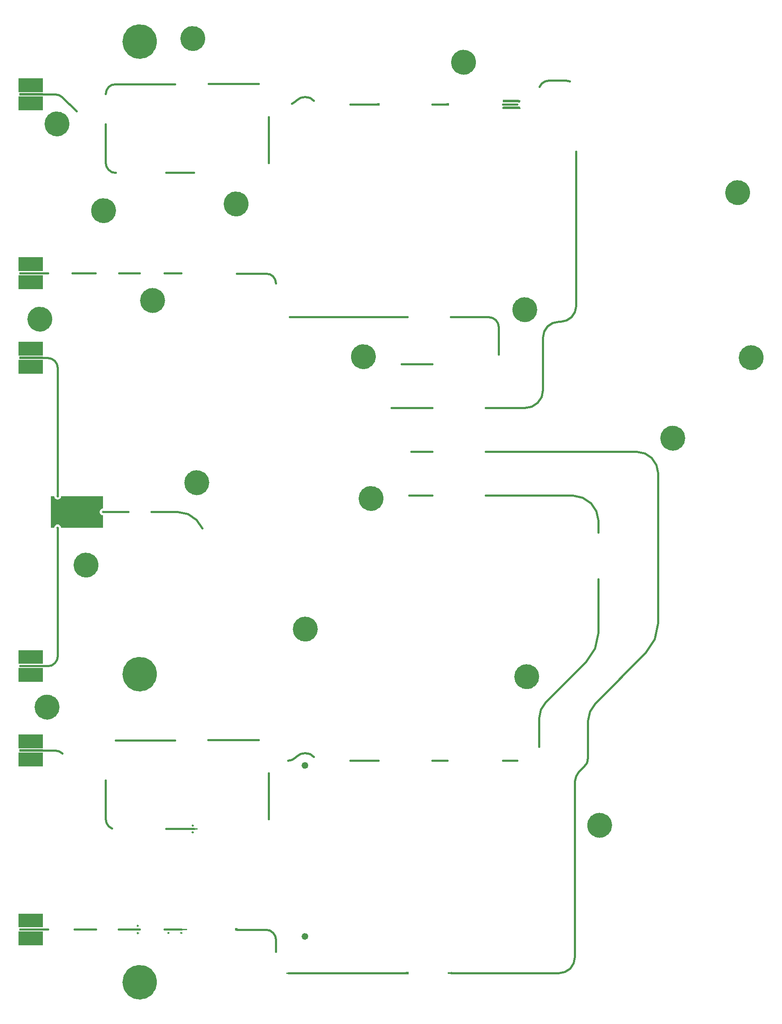
<source format=gbr>
%TF.GenerationSoftware,KiCad,Pcbnew,(7.0.0)*%
%TF.CreationDate,2023-06-21T10:54:44+02:00*%
%TF.ProjectId,shield,73686965-6c64-42e6-9b69-6361645f7063,rev?*%
%TF.SameCoordinates,Original*%
%TF.FileFunction,Copper,L1,Top*%
%TF.FilePolarity,Positive*%
%FSLAX46Y46*%
G04 Gerber Fmt 4.6, Leading zero omitted, Abs format (unit mm)*
G04 Created by KiCad (PCBNEW (7.0.0)) date 2023-06-21 10:54:44*
%MOMM*%
%LPD*%
G01*
G04 APERTURE LIST*
%TA.AperFunction,NonConductor*%
%ADD10C,0.000000*%
%TD*%
%TA.AperFunction,NonConductor*%
%ADD11C,0.012700*%
%TD*%
%TA.AperFunction,NonConductor*%
%ADD12C,0.254000*%
%TD*%
%TA.AperFunction,NonConductor*%
%ADD13C,0.750000*%
%TD*%
%TA.AperFunction,NonConductor*%
%ADD14C,3.500000*%
%TD*%
%TA.AperFunction,NonConductor*%
%ADD15C,2.500000*%
%TD*%
%TA.AperFunction,NonConductor*%
%ADD16C,0.300000*%
%TD*%
%TA.AperFunction,NonConductor*%
%ADD17C,0.700000*%
%TD*%
%TA.AperFunction,NonConductor*%
%ADD18C,0.250000*%
%TD*%
%TA.AperFunction,NonConductor*%
%ADD19C,0.325000*%
%TD*%
%TA.AperFunction,Conductor*%
%ADD20C,0.451820*%
%TD*%
%TA.AperFunction,Conductor*%
%ADD21C,0.452000*%
%TD*%
G04 APERTURE END LIST*
D10*
G36*
X181135000Y-222735000D02*
G01*
X180575000Y-222735000D01*
X180575000Y-222215000D01*
X181135000Y-222215000D01*
X181135000Y-222735000D01*
G37*
G36*
X237519140Y-55592610D02*
G01*
X237555790Y-55595010D01*
X237568590Y-55595030D01*
X237580860Y-55596640D01*
X237588740Y-55597180D01*
X237596750Y-55598760D01*
X238016850Y-55654530D01*
X238075890Y-55724560D01*
X238060250Y-55861120D01*
X238030810Y-55880810D01*
X237986600Y-55946950D01*
X237971080Y-56025000D01*
X237972520Y-56032220D01*
X237875140Y-56147410D01*
X237501840Y-56097850D01*
X237489670Y-56098640D01*
X237450000Y-56090750D01*
X234607900Y-56090750D01*
X234538720Y-56027760D01*
X234508080Y-55974570D01*
X234508080Y-55592320D01*
X234575000Y-55583510D01*
X237450000Y-55583510D01*
X237519140Y-55592610D01*
G37*
G36*
X237972520Y-57017790D02*
G01*
X237971080Y-57025000D01*
X237986600Y-57103040D01*
X238030810Y-57169180D01*
X238060250Y-57188870D01*
X238075880Y-57325430D01*
X238016840Y-57395470D01*
X237596790Y-57451230D01*
X237588740Y-57452830D01*
X237580820Y-57453350D01*
X237568580Y-57454980D01*
X237555830Y-57455000D01*
X237519140Y-57457390D01*
X237450000Y-57466500D01*
X234575000Y-57466500D01*
X234508390Y-57457730D01*
X234508390Y-57075490D01*
X234538780Y-57022450D01*
X234608220Y-56959250D01*
X237450000Y-56959250D01*
X237489680Y-56951360D01*
X237501830Y-56952160D01*
X237875140Y-56902600D01*
X237972520Y-57017790D01*
G37*
G36*
X144192310Y-135340810D02*
G01*
X144209150Y-135447100D01*
X144242400Y-135549450D01*
X144291260Y-135645330D01*
X144354510Y-135732390D01*
X144430610Y-135808490D01*
X144517670Y-135871740D01*
X144613550Y-135920600D01*
X144715900Y-135953850D01*
X144822190Y-135970690D01*
X144929810Y-135970690D01*
X145036100Y-135953850D01*
X145138440Y-135920600D01*
X145234330Y-135871740D01*
X145321390Y-135808490D01*
X145397490Y-135732390D01*
X145460740Y-135645330D01*
X145509600Y-135549450D01*
X145542850Y-135447100D01*
X145559680Y-135340810D01*
X145561800Y-135287000D01*
X154020000Y-135287000D01*
X154020000Y-137789200D01*
X153966190Y-137791320D01*
X153859900Y-137808150D01*
X153757550Y-137841400D01*
X153661670Y-137890260D01*
X153574610Y-137953520D01*
X153498510Y-138029610D01*
X153435260Y-138116670D01*
X153386400Y-138212560D01*
X153353150Y-138314900D01*
X153336310Y-138421200D01*
X153336310Y-138528810D01*
X153353150Y-138635100D01*
X153386400Y-138737450D01*
X153435260Y-138833330D01*
X153498510Y-138920390D01*
X153574610Y-138996490D01*
X153661670Y-139059740D01*
X153757550Y-139108600D01*
X153859900Y-139141850D01*
X153966190Y-139158690D01*
X154020000Y-139160800D01*
X154020000Y-141663000D01*
X145561800Y-141663000D01*
X145561800Y-141662700D01*
X145559680Y-141608900D01*
X145542850Y-141502600D01*
X145509600Y-141400260D01*
X145460740Y-141304370D01*
X145397490Y-141217310D01*
X145321390Y-141141220D01*
X145234330Y-141077960D01*
X145138440Y-141029100D01*
X145036100Y-140995850D01*
X144929810Y-140979020D01*
X144822190Y-140979020D01*
X144715900Y-140995850D01*
X144613550Y-141029100D01*
X144517670Y-141077960D01*
X144430610Y-141141220D01*
X144354510Y-141217310D01*
X144291260Y-141304370D01*
X144242400Y-141400260D01*
X144209150Y-141502600D01*
X144192310Y-141608900D01*
X144190200Y-141662700D01*
X143860000Y-141662700D01*
X143860000Y-135287000D01*
X144190200Y-135287000D01*
X144192310Y-135340810D01*
G37*
G36*
X172700000Y-202100000D02*
G01*
X173100000Y-202100000D01*
X173100000Y-202400000D01*
X172700000Y-202400000D01*
X172300000Y-202475000D01*
X172300000Y-202025000D01*
X172700000Y-202100000D01*
G37*
G36*
X170175000Y-222325000D02*
G01*
X170575000Y-222325000D01*
X170575000Y-222625000D01*
X170175000Y-222625000D01*
X169800000Y-222700000D01*
X169800000Y-222250000D01*
X170175000Y-222325000D01*
G37*
G36*
X224248640Y-231489990D02*
G01*
X223850000Y-231415000D01*
X223450000Y-231415000D01*
X223450000Y-231115000D01*
X223850000Y-231115000D01*
X224248640Y-231039990D01*
X224248640Y-231489990D01*
G37*
G36*
X191624990Y-231500000D02*
G01*
X190900000Y-231425000D01*
X190900000Y-231125000D01*
X191624990Y-231050000D01*
X191624990Y-231500000D01*
G37*
D11*
X148946350Y-138475000D02*
G75*
G03*
X148946350Y-138475000I-6350J0D01*
G01*
D12*
X145003000Y-135287000D02*
G75*
G03*
X145003000Y-135287000I-127000J0D01*
G01*
X145003000Y-141662700D02*
G75*
G03*
X145003000Y-141662700I-127000J0D01*
G01*
X154147000Y-138475000D02*
G75*
G03*
X154147000Y-138475000I-127000J0D01*
G01*
D10*
G36*
X141924990Y-54710000D02*
G01*
X140924990Y-54710000D01*
X140924990Y-54240000D01*
X141924990Y-54240000D01*
X141924990Y-54710000D01*
G37*
G36*
X141924990Y-222710000D02*
G01*
X140924990Y-222710000D01*
X140924990Y-222240000D01*
X141924990Y-222240000D01*
X141924990Y-222710000D01*
G37*
G36*
X141924990Y-90710000D02*
G01*
X140924990Y-90710000D01*
X140924990Y-90240000D01*
X141924990Y-90240000D01*
X141924990Y-90710000D01*
G37*
G36*
X141925000Y-169710000D02*
G01*
X140925000Y-169710000D01*
X140925000Y-169240000D01*
X141925000Y-169240000D01*
X141925000Y-169710000D01*
G37*
G36*
X141925000Y-107710000D02*
G01*
X140925000Y-107710000D01*
X140925000Y-107240000D01*
X141925000Y-107240000D01*
X141925000Y-107710000D01*
G37*
G36*
X141924990Y-186710000D02*
G01*
X140924990Y-186710000D01*
X140924990Y-186240000D01*
X141924990Y-186240000D01*
X141924990Y-186710000D01*
G37*
G36*
X209740000Y-56759990D02*
G01*
X209180000Y-56759990D01*
X209180000Y-56239990D01*
X209740000Y-56239990D01*
X209740000Y-56759990D01*
G37*
G36*
X223725000Y-56785000D02*
G01*
X223165000Y-56785000D01*
X223165000Y-56265000D01*
X223725000Y-56265000D01*
X223725000Y-56785000D01*
G37*
G36*
X215575000Y-231535070D02*
G01*
X215015000Y-231535070D01*
X215015000Y-231015070D01*
X215575000Y-231015070D01*
X215575000Y-231535070D01*
G37*
G36*
X170975000Y-222625000D02*
G01*
X170175000Y-222625000D01*
X170175000Y-222325000D01*
X170975000Y-222325000D01*
X170975000Y-222625000D01*
G37*
G36*
X143995010Y-141663640D02*
G01*
X143495010Y-141663640D01*
X143495010Y-135287640D01*
X143995010Y-135287640D01*
X143995010Y-141663640D01*
G37*
G36*
X141924980Y-57675000D02*
G01*
X137024980Y-57675000D01*
X137024980Y-54910000D01*
X141924980Y-54910000D01*
X141924980Y-57675000D01*
G37*
G36*
X141924980Y-54040010D02*
G01*
X137024980Y-54040010D01*
X137024980Y-51275010D01*
X141924980Y-51275010D01*
X141924980Y-54040010D01*
G37*
G36*
X141924990Y-225675000D02*
G01*
X137024990Y-225675000D01*
X137024990Y-222910000D01*
X141924990Y-222910000D01*
X141924990Y-225675000D01*
G37*
G36*
X141924990Y-222040000D02*
G01*
X137024990Y-222040000D01*
X137024990Y-219275000D01*
X141924990Y-219275000D01*
X141924990Y-222040000D01*
G37*
G36*
X141924980Y-93675000D02*
G01*
X137024980Y-93675000D01*
X137024980Y-90910000D01*
X141924980Y-90910000D01*
X141924980Y-93675000D01*
G37*
G36*
X141924980Y-90040000D02*
G01*
X137024980Y-90040000D01*
X137024980Y-87275000D01*
X141924980Y-87275000D01*
X141924980Y-90040000D01*
G37*
G36*
X141925000Y-172675000D02*
G01*
X137025000Y-172675000D01*
X137025000Y-169910000D01*
X141925000Y-169910000D01*
X141925000Y-172675000D01*
G37*
G36*
X141925000Y-169040000D02*
G01*
X137025000Y-169040000D01*
X137025000Y-166275000D01*
X141925000Y-166275000D01*
X141925000Y-169040000D01*
G37*
G36*
X141925000Y-110675000D02*
G01*
X137025000Y-110675000D01*
X137025000Y-107910000D01*
X141925000Y-107910000D01*
X141925000Y-110675000D01*
G37*
G36*
X141925000Y-107040000D02*
G01*
X137025000Y-107040000D01*
X137025000Y-104275000D01*
X141925000Y-104275000D01*
X141925000Y-107040000D01*
G37*
G36*
X141924990Y-189675000D02*
G01*
X137024990Y-189675000D01*
X137024990Y-186910000D01*
X141924990Y-186910000D01*
X141924990Y-189675000D01*
G37*
G36*
X141924990Y-186040000D02*
G01*
X137024990Y-186040000D01*
X137024990Y-183275000D01*
X141924990Y-183275000D01*
X141924990Y-186040000D01*
G37*
G36*
X141424990Y-54710000D02*
G01*
X137126990Y-54710000D01*
X137126990Y-54240000D01*
X141424990Y-54240000D01*
X141424990Y-54710000D01*
G37*
G36*
X141424990Y-222709990D02*
G01*
X137126990Y-222709990D01*
X137126990Y-222239990D01*
X141424990Y-222239990D01*
X141424990Y-222709990D01*
G37*
G36*
X141424990Y-90709980D02*
G01*
X137126990Y-90709980D01*
X137126990Y-90239980D01*
X141424990Y-90239980D01*
X141424990Y-90709980D01*
G37*
G36*
X141425000Y-169709990D02*
G01*
X137127000Y-169709990D01*
X137127000Y-169239990D01*
X141425000Y-169239990D01*
X141425000Y-169709990D01*
G37*
G36*
X141425000Y-107710000D02*
G01*
X137127000Y-107710000D01*
X137127000Y-107240000D01*
X141425000Y-107240000D01*
X141425000Y-107710000D01*
G37*
G36*
X141424990Y-186710000D02*
G01*
X137126990Y-186710000D01*
X137126990Y-186240000D01*
X141424990Y-186240000D01*
X141424990Y-186710000D01*
G37*
D13*
X141362390Y-55694190D02*
G75*
G03*
X141362390Y-55694190I-375000J0D01*
G01*
X139152590Y-55694190D02*
G75*
G03*
X139152590Y-55694190I-375000J0D01*
G01*
X139152590Y-53255810D02*
G75*
G03*
X139152590Y-53255810I-375000J0D01*
G01*
X141362390Y-53255810D02*
G75*
G03*
X141362390Y-53255810I-375000J0D01*
G01*
X141362390Y-223694200D02*
G75*
G03*
X141362390Y-223694200I-375000J0D01*
G01*
X139152590Y-223694200D02*
G75*
G03*
X139152590Y-223694200I-375000J0D01*
G01*
X139152590Y-221255800D02*
G75*
G03*
X139152590Y-221255800I-375000J0D01*
G01*
X141362390Y-221255800D02*
G75*
G03*
X141362390Y-221255800I-375000J0D01*
G01*
X141362390Y-91694190D02*
G75*
G03*
X141362390Y-91694190I-375000J0D01*
G01*
X139152590Y-91694190D02*
G75*
G03*
X139152590Y-91694190I-375000J0D01*
G01*
X139152590Y-89255810D02*
G75*
G03*
X139152590Y-89255810I-375000J0D01*
G01*
X141362390Y-89255810D02*
G75*
G03*
X141362390Y-89255810I-375000J0D01*
G01*
X141362400Y-170694200D02*
G75*
G03*
X141362400Y-170694200I-375000J0D01*
G01*
X139152600Y-170694200D02*
G75*
G03*
X139152600Y-170694200I-375000J0D01*
G01*
X139152600Y-168255800D02*
G75*
G03*
X139152600Y-168255800I-375000J0D01*
G01*
X141362400Y-168255800D02*
G75*
G03*
X141362400Y-168255800I-375000J0D01*
G01*
X141362400Y-108694190D02*
G75*
G03*
X141362400Y-108694190I-375000J0D01*
G01*
X139152600Y-108694190D02*
G75*
G03*
X139152600Y-108694190I-375000J0D01*
G01*
X139152600Y-106255810D02*
G75*
G03*
X139152600Y-106255810I-375000J0D01*
G01*
X141362400Y-106255810D02*
G75*
G03*
X141362400Y-106255810I-375000J0D01*
G01*
X141362390Y-187694200D02*
G75*
G03*
X141362390Y-187694200I-375000J0D01*
G01*
X139152590Y-187694200D02*
G75*
G03*
X139152590Y-187694200I-375000J0D01*
G01*
X139152590Y-185255800D02*
G75*
G03*
X139152590Y-185255800I-375000J0D01*
G01*
X141362390Y-185255800D02*
G75*
G03*
X141362390Y-185255800I-375000J0D01*
G01*
D14*
X163158990Y-43859990D02*
G75*
G03*
X163158990Y-43859990I-1750000J0D01*
G01*
X163158990Y-171114000D02*
G75*
G03*
X163158990Y-171114000I-1750000J0D01*
G01*
X163158990Y-233090000D02*
G75*
G03*
X163158990Y-233090000I-1750000J0D01*
G01*
D15*
X144000000Y-177750000D02*
G75*
G03*
X144000000Y-177750000I-1250000J0D01*
G01*
X209250000Y-135775000D02*
G75*
G03*
X209250000Y-135775000I-1250000J0D01*
G01*
X173350000Y-43249990D02*
G75*
G03*
X173350000Y-43249990I-1250000J0D01*
G01*
X270000010Y-123650000D02*
G75*
G03*
X270000010Y-123650000I-1250000J0D01*
G01*
X283075000Y-74249990D02*
G75*
G03*
X283075000Y-74249990I-1250000J0D01*
G01*
X240600000Y-171625000D02*
G75*
G03*
X240600000Y-171625000I-1250000J0D01*
G01*
X196000000Y-162050000D02*
G75*
G03*
X196000000Y-162050000I-1250000J0D01*
G01*
X207700000Y-107249990D02*
G75*
G03*
X207700000Y-107249990I-1250000J0D01*
G01*
X182075000Y-76525000D02*
G75*
G03*
X182075000Y-76525000I-1250000J0D01*
G01*
X174150000Y-132600000D02*
G75*
G03*
X174150000Y-132600000I-1250000J0D01*
G01*
X165250000Y-95950010D02*
G75*
G03*
X165250000Y-95950010I-1250000J0D01*
G01*
X142550000Y-99700010D02*
G75*
G03*
X142550000Y-99700010I-1250000J0D01*
G01*
X155375000Y-77874990D02*
G75*
G03*
X155375000Y-77874990I-1250000J0D01*
G01*
X255275000Y-201525000D02*
G75*
G03*
X255275000Y-201525000I-1250000J0D01*
G01*
X285799990Y-107450010D02*
G75*
G03*
X285799990Y-107450010I-1250000J0D01*
G01*
X227875000Y-48025000D02*
G75*
G03*
X227875000Y-48025000I-1250000J0D01*
G01*
X146000000Y-60425000D02*
G75*
G03*
X146000000Y-60425000I-1250000J0D01*
G01*
X151850000Y-149175000D02*
G75*
G03*
X151850000Y-149175000I-1250000J0D01*
G01*
X240200000Y-97800000D02*
G75*
G03*
X240200000Y-97800000I-1250000J0D01*
G01*
D16*
X143995000Y-138450000D02*
G75*
G03*
X143995000Y-138450000I-150000J0D01*
G01*
X145201000Y-138475000D02*
G75*
G03*
X145201000Y-138475000I-150000J0D01*
G01*
X146901000Y-138475000D02*
G75*
G03*
X146901000Y-138475000I-150000J0D01*
G01*
X146051000Y-137412300D02*
G75*
G03*
X146051000Y-137412300I-150000J0D01*
G01*
X146051000Y-139537700D02*
G75*
G03*
X146051000Y-139537700I-150000J0D01*
G01*
X148601000Y-138475000D02*
G75*
G03*
X148601000Y-138475000I-150000J0D01*
G01*
X152001010Y-138475000D02*
G75*
G03*
X152001010Y-138475000I-150000J0D01*
G01*
X150301000Y-138475000D02*
G75*
G03*
X150301000Y-138475000I-150000J0D01*
G01*
X151151000Y-137412300D02*
G75*
G03*
X151151000Y-137412300I-150000J0D01*
G01*
X149451000Y-137412300D02*
G75*
G03*
X149451000Y-137412300I-150000J0D01*
G01*
X147751000Y-137412300D02*
G75*
G03*
X147751000Y-137412300I-150000J0D01*
G01*
X152001010Y-136562300D02*
G75*
G03*
X152001010Y-136562300I-150000J0D01*
G01*
X150301000Y-136562300D02*
G75*
G03*
X150301000Y-136562300I-150000J0D01*
G01*
X148601000Y-136562300D02*
G75*
G03*
X148601000Y-136562300I-150000J0D01*
G01*
X146901000Y-136562300D02*
G75*
G03*
X146901000Y-136562300I-150000J0D01*
G01*
X153142400Y-138047560D02*
G75*
G03*
X153142400Y-138047560I-150000J0D01*
G01*
X151151000Y-139537700D02*
G75*
G03*
X151151000Y-139537700I-150000J0D01*
G01*
X149451000Y-139537700D02*
G75*
G03*
X149451000Y-139537700I-150000J0D01*
G01*
X147751000Y-139537700D02*
G75*
G03*
X147751000Y-139537700I-150000J0D01*
G01*
X152001010Y-140387700D02*
G75*
G03*
X152001010Y-140387700I-150000J0D01*
G01*
X150301000Y-140387700D02*
G75*
G03*
X150301000Y-140387700I-150000J0D01*
G01*
X148601000Y-140387700D02*
G75*
G03*
X148601000Y-140387700I-150000J0D01*
G01*
X146901000Y-140387700D02*
G75*
G03*
X146901000Y-140387700I-150000J0D01*
G01*
X152851010Y-135712000D02*
G75*
G03*
X152851010Y-135712000I-150000J0D01*
G01*
X152001010Y-135712000D02*
G75*
G03*
X152001010Y-135712000I-150000J0D01*
G01*
X151151000Y-135712000D02*
G75*
G03*
X151151000Y-135712000I-150000J0D01*
G01*
X150301000Y-135712000D02*
G75*
G03*
X150301000Y-135712000I-150000J0D01*
G01*
X149451000Y-135712000D02*
G75*
G03*
X149451000Y-135712000I-150000J0D01*
G01*
X148601000Y-135712000D02*
G75*
G03*
X148601000Y-135712000I-150000J0D01*
G01*
X147751000Y-135712000D02*
G75*
G03*
X147751000Y-135712000I-150000J0D01*
G01*
X146901000Y-135712000D02*
G75*
G03*
X146901000Y-135712000I-150000J0D01*
G01*
X152851010Y-141237700D02*
G75*
G03*
X152851010Y-141237700I-150000J0D01*
G01*
X152001010Y-141237700D02*
G75*
G03*
X152001010Y-141237700I-150000J0D01*
G01*
X151151000Y-141237700D02*
G75*
G03*
X151151000Y-141237700I-150000J0D01*
G01*
X150301000Y-141237700D02*
G75*
G03*
X150301000Y-141237700I-150000J0D01*
G01*
X149451000Y-141237700D02*
G75*
G03*
X149451000Y-141237700I-150000J0D01*
G01*
X148601000Y-141237700D02*
G75*
G03*
X148601000Y-141237700I-150000J0D01*
G01*
X147751000Y-141237700D02*
G75*
G03*
X147751000Y-141237700I-150000J0D01*
G01*
X146901000Y-141237700D02*
G75*
G03*
X146901000Y-141237700I-150000J0D01*
G01*
X144001000Y-139537700D02*
G75*
G03*
X144001000Y-139537700I-150000J0D01*
G01*
X144001000Y-140387700D02*
G75*
G03*
X144001000Y-140387700I-150000J0D01*
G01*
X144001000Y-137412000D02*
G75*
G03*
X144001000Y-137412000I-150000J0D01*
G01*
X144001000Y-136562000D02*
G75*
G03*
X144001000Y-136562000I-150000J0D01*
G01*
X153745000Y-135750000D02*
G75*
G03*
X153745000Y-135750000I-150000J0D01*
G01*
X153745000Y-136600000D02*
G75*
G03*
X153745000Y-136600000I-150000J0D01*
G01*
X153745000Y-141200000D02*
G75*
G03*
X153745000Y-141200000I-150000J0D01*
G01*
X153745000Y-140350000D02*
G75*
G03*
X153745000Y-140350000I-150000J0D01*
G01*
X145453440Y-140635100D02*
G75*
G03*
X145453440Y-140635100I-150000J0D01*
G01*
X144601000Y-140637700D02*
G75*
G03*
X144601000Y-140637700I-150000J0D01*
G01*
X146051000Y-141237700D02*
G75*
G03*
X146051000Y-141237700I-150000J0D01*
G01*
X144001000Y-141237700D02*
G75*
G03*
X144001000Y-141237700I-150000J0D01*
G01*
X144598560Y-136314600D02*
G75*
G03*
X144598560Y-136314600I-150000J0D01*
G01*
X145451000Y-136312000D02*
G75*
G03*
X145451000Y-136312000I-150000J0D01*
G01*
X144001000Y-135712000D02*
G75*
G03*
X144001000Y-135712000I-150000J0D01*
G01*
X146051000Y-135712000D02*
G75*
G03*
X146051000Y-135712000I-150000J0D01*
G01*
X153145000Y-138900000D02*
G75*
G03*
X153145000Y-138900000I-150000J0D01*
G01*
X153745000Y-137450000D02*
G75*
G03*
X153745000Y-137450000I-150000J0D01*
G01*
X153745000Y-139500000D02*
G75*
G03*
X153745000Y-139500000I-150000J0D01*
G01*
D17*
X195032990Y-223874000D02*
G75*
G03*
X195032990Y-223874000I-350000J0D01*
G01*
X195032990Y-189474000D02*
G75*
G03*
X195032990Y-189474000I-350000J0D01*
G01*
D18*
X169900000Y-223175000D02*
G75*
G03*
X169900000Y-223175000I-125000J0D01*
G01*
X167300000Y-223175000D02*
G75*
G03*
X167300000Y-223175000I-125000J0D01*
G01*
X161125000Y-221730030D02*
G75*
G03*
X161125000Y-221730030I-125000J0D01*
G01*
X161160920Y-223213360D02*
G75*
G03*
X161160920Y-223213360I-125000J0D01*
G01*
X172212360Y-201560850D02*
G75*
G03*
X172212360Y-201560850I-125000J0D01*
G01*
X172200800Y-202939150D02*
G75*
G03*
X172200800Y-202939150I-125000J0D01*
G01*
X234775000Y-57225000D02*
G75*
G03*
X234775000Y-57225000I-125000J0D01*
G01*
X237087790Y-55835860D02*
G75*
G03*
X237087790Y-55835860I-125000J0D01*
G01*
X236387790Y-55835860D02*
G75*
G03*
X236387790Y-55835860I-125000J0D01*
G01*
X235687790Y-55835860D02*
G75*
G03*
X235687790Y-55835860I-125000J0D01*
G01*
X234987800Y-55835860D02*
G75*
G03*
X234987800Y-55835860I-125000J0D01*
G01*
X235465560Y-57214150D02*
G75*
G03*
X235465560Y-57214150I-125000J0D01*
G01*
X236165560Y-57214150D02*
G75*
G03*
X236165560Y-57214150I-125000J0D01*
G01*
X236865560Y-57214150D02*
G75*
G03*
X236865560Y-57214150I-125000J0D01*
G01*
X237565560Y-57214150D02*
G75*
G03*
X237565560Y-57214150I-125000J0D01*
G01*
X237619320Y-55844670D02*
G75*
G03*
X237619320Y-55844670I-125000J0D01*
G01*
D19*
X141498290Y-179164210D02*
G75*
G03*
X141498290Y-179164210I-162500J0D01*
G01*
X144326710Y-179164210D02*
G75*
G03*
X144326710Y-179164210I-162500J0D01*
G01*
X144326710Y-176335790D02*
G75*
G03*
X144326710Y-176335790I-162500J0D01*
G01*
X141498290Y-176335790D02*
G75*
G03*
X141498290Y-176335790I-162500J0D01*
G01*
X142912500Y-175750000D02*
G75*
G03*
X142912500Y-175750000I-162500J0D01*
G01*
X140912500Y-177750000D02*
G75*
G03*
X140912500Y-177750000I-162500J0D01*
G01*
X142912500Y-179750000D02*
G75*
G03*
X142912500Y-179750000I-162500J0D01*
G01*
X144912500Y-177750000D02*
G75*
G03*
X144912500Y-177750000I-162500J0D01*
G01*
X206748290Y-137189210D02*
G75*
G03*
X206748290Y-137189210I-162500J0D01*
G01*
X209576710Y-137189210D02*
G75*
G03*
X209576710Y-137189210I-162500J0D01*
G01*
X208162500Y-137775000D02*
G75*
G03*
X208162500Y-137775000I-162500J0D01*
G01*
X170848290Y-44664210D02*
G75*
G03*
X170848290Y-44664210I-162500J0D01*
G01*
X173676710Y-44664210D02*
G75*
G03*
X173676710Y-44664210I-162500J0D01*
G01*
X173676710Y-41835790D02*
G75*
G03*
X173676710Y-41835790I-162500J0D01*
G01*
X170848290Y-41835790D02*
G75*
G03*
X170848290Y-41835790I-162500J0D01*
G01*
X172262500Y-41249990D02*
G75*
G03*
X172262500Y-41249990I-162500J0D01*
G01*
X170262500Y-43249990D02*
G75*
G03*
X170262500Y-43249990I-162500J0D01*
G01*
X172262500Y-45249990D02*
G75*
G03*
X172262500Y-45249990I-162500J0D01*
G01*
X174262500Y-43249990D02*
G75*
G03*
X174262500Y-43249990I-162500J0D01*
G01*
X267498290Y-125064210D02*
G75*
G03*
X267498290Y-125064210I-162500J0D01*
G01*
X270326710Y-125064210D02*
G75*
G03*
X270326710Y-125064210I-162500J0D01*
G01*
X270326710Y-122235790D02*
G75*
G03*
X270326710Y-122235790I-162500J0D01*
G01*
X267498290Y-122235790D02*
G75*
G03*
X267498290Y-122235790I-162500J0D01*
G01*
X268912510Y-121650000D02*
G75*
G03*
X268912510Y-121650000I-162500J0D01*
G01*
X266912510Y-123650000D02*
G75*
G03*
X266912510Y-123650000I-162500J0D01*
G01*
X268912510Y-125650000D02*
G75*
G03*
X268912510Y-125650000I-162500J0D01*
G01*
X270912510Y-123650000D02*
G75*
G03*
X270912510Y-123650000I-162500J0D01*
G01*
X280573290Y-75664210D02*
G75*
G03*
X280573290Y-75664210I-162500J0D01*
G01*
X283401700Y-75664210D02*
G75*
G03*
X283401700Y-75664210I-162500J0D01*
G01*
X283401700Y-72835790D02*
G75*
G03*
X283401700Y-72835790I-162500J0D01*
G01*
X280573290Y-72835790D02*
G75*
G03*
X280573290Y-72835790I-162500J0D01*
G01*
X281987500Y-72249990D02*
G75*
G03*
X281987500Y-72249990I-162500J0D01*
G01*
X279987500Y-74249990D02*
G75*
G03*
X279987500Y-74249990I-162500J0D01*
G01*
X281987500Y-76249990D02*
G75*
G03*
X281987500Y-76249990I-162500J0D01*
G01*
X283987500Y-74249990D02*
G75*
G03*
X283987500Y-74249990I-162500J0D01*
G01*
X238098290Y-173039210D02*
G75*
G03*
X238098290Y-173039210I-162500J0D01*
G01*
X240926710Y-173039210D02*
G75*
G03*
X240926710Y-173039210I-162500J0D01*
G01*
X240926710Y-170210790D02*
G75*
G03*
X240926710Y-170210790I-162500J0D01*
G01*
X238098290Y-170210790D02*
G75*
G03*
X238098290Y-170210790I-162500J0D01*
G01*
X239512500Y-169625000D02*
G75*
G03*
X239512500Y-169625000I-162500J0D01*
G01*
X237512500Y-171625000D02*
G75*
G03*
X237512500Y-171625000I-162500J0D01*
G01*
X239512500Y-173625000D02*
G75*
G03*
X239512500Y-173625000I-162500J0D01*
G01*
X241512500Y-171625000D02*
G75*
G03*
X241512500Y-171625000I-162500J0D01*
G01*
X193498290Y-163464210D02*
G75*
G03*
X193498290Y-163464210I-162500J0D01*
G01*
X196326710Y-163464210D02*
G75*
G03*
X196326710Y-163464210I-162500J0D01*
G01*
X196326710Y-160635790D02*
G75*
G03*
X196326710Y-160635790I-162500J0D01*
G01*
X193498290Y-160635790D02*
G75*
G03*
X193498290Y-160635790I-162500J0D01*
G01*
X194912500Y-160050000D02*
G75*
G03*
X194912500Y-160050000I-162500J0D01*
G01*
X194912500Y-164050000D02*
G75*
G03*
X194912500Y-164050000I-162500J0D01*
G01*
X196912500Y-162050000D02*
G75*
G03*
X196912500Y-162050000I-162500J0D01*
G01*
X179573290Y-77939200D02*
G75*
G03*
X179573290Y-77939200I-162500J0D01*
G01*
X182401710Y-77939200D02*
G75*
G03*
X182401710Y-77939200I-162500J0D01*
G01*
X182401710Y-75110790D02*
G75*
G03*
X182401710Y-75110790I-162500J0D01*
G01*
X179573290Y-75110790D02*
G75*
G03*
X179573290Y-75110790I-162500J0D01*
G01*
X180987500Y-74525000D02*
G75*
G03*
X180987500Y-74525000I-162500J0D01*
G01*
X178987500Y-76525000D02*
G75*
G03*
X178987500Y-76525000I-162500J0D01*
G01*
X180987500Y-78525000D02*
G75*
G03*
X180987500Y-78525000I-162500J0D01*
G01*
X182987500Y-76525000D02*
G75*
G03*
X182987500Y-76525000I-162500J0D01*
G01*
X171648290Y-134014210D02*
G75*
G03*
X171648290Y-134014210I-162500J0D01*
G01*
X174476710Y-134014210D02*
G75*
G03*
X174476710Y-134014210I-162500J0D01*
G01*
X174476710Y-131185790D02*
G75*
G03*
X174476710Y-131185790I-162500J0D01*
G01*
X171648290Y-131185790D02*
G75*
G03*
X171648290Y-131185790I-162500J0D01*
G01*
X173062500Y-130600000D02*
G75*
G03*
X173062500Y-130600000I-162500J0D01*
G01*
X171062500Y-132600000D02*
G75*
G03*
X171062500Y-132600000I-162500J0D01*
G01*
X173062500Y-134600000D02*
G75*
G03*
X173062500Y-134600000I-162500J0D01*
G01*
X175062500Y-132600000D02*
G75*
G03*
X175062500Y-132600000I-162500J0D01*
G01*
X162748290Y-97364210D02*
G75*
G03*
X162748290Y-97364210I-162500J0D01*
G01*
X165576710Y-97364210D02*
G75*
G03*
X165576710Y-97364210I-162500J0D01*
G01*
X165576710Y-94535790D02*
G75*
G03*
X165576710Y-94535790I-162500J0D01*
G01*
X162748290Y-94535790D02*
G75*
G03*
X162748290Y-94535790I-162500J0D01*
G01*
X164162500Y-93950010D02*
G75*
G03*
X164162500Y-93950010I-162500J0D01*
G01*
X162162500Y-95950010D02*
G75*
G03*
X162162500Y-95950010I-162500J0D01*
G01*
X164162500Y-97950010D02*
G75*
G03*
X164162500Y-97950010I-162500J0D01*
G01*
X166162500Y-95950010D02*
G75*
G03*
X166162500Y-95950010I-162500J0D01*
G01*
X140048290Y-101114210D02*
G75*
G03*
X140048290Y-101114210I-162500J0D01*
G01*
X142876710Y-101114210D02*
G75*
G03*
X142876710Y-101114210I-162500J0D01*
G01*
X142876710Y-98285790D02*
G75*
G03*
X142876710Y-98285790I-162500J0D01*
G01*
X140048290Y-98285790D02*
G75*
G03*
X140048290Y-98285790I-162500J0D01*
G01*
X141462500Y-97700010D02*
G75*
G03*
X141462500Y-97700010I-162500J0D01*
G01*
X139462500Y-99700010D02*
G75*
G03*
X139462500Y-99700010I-162500J0D01*
G01*
X141462500Y-101700010D02*
G75*
G03*
X141462500Y-101700010I-162500J0D01*
G01*
X143462500Y-99700010D02*
G75*
G03*
X143462500Y-99700010I-162500J0D01*
G01*
X152873290Y-79289210D02*
G75*
G03*
X152873290Y-79289210I-162500J0D01*
G01*
X155701710Y-79289210D02*
G75*
G03*
X155701710Y-79289210I-162500J0D01*
G01*
X155701710Y-76460790D02*
G75*
G03*
X155701710Y-76460790I-162500J0D01*
G01*
X152873290Y-76460790D02*
G75*
G03*
X152873290Y-76460790I-162500J0D01*
G01*
X154287500Y-75874990D02*
G75*
G03*
X154287500Y-75874990I-162500J0D01*
G01*
X152287500Y-77874990D02*
G75*
G03*
X152287500Y-77874990I-162500J0D01*
G01*
X154287500Y-79874990D02*
G75*
G03*
X154287500Y-79874990I-162500J0D01*
G01*
X156287500Y-77874990D02*
G75*
G03*
X156287500Y-77874990I-162500J0D01*
G01*
X252773290Y-202939210D02*
G75*
G03*
X252773290Y-202939210I-162500J0D01*
G01*
X255601710Y-202939210D02*
G75*
G03*
X255601710Y-202939210I-162500J0D01*
G01*
X255601710Y-200110790D02*
G75*
G03*
X255601710Y-200110790I-162500J0D01*
G01*
X252773290Y-200110790D02*
G75*
G03*
X252773290Y-200110790I-162500J0D01*
G01*
X254187500Y-199525000D02*
G75*
G03*
X254187500Y-199525000I-162500J0D01*
G01*
X252187500Y-201525000D02*
G75*
G03*
X252187500Y-201525000I-162500J0D01*
G01*
X254187500Y-203525000D02*
G75*
G03*
X254187500Y-203525000I-162500J0D01*
G01*
X256187500Y-201525000D02*
G75*
G03*
X256187500Y-201525000I-162500J0D01*
G01*
X283298290Y-108864210D02*
G75*
G03*
X283298290Y-108864210I-162500J0D01*
G01*
X286126710Y-108864210D02*
G75*
G03*
X286126710Y-108864210I-162500J0D01*
G01*
X286126710Y-106035790D02*
G75*
G03*
X286126710Y-106035790I-162500J0D01*
G01*
X283298290Y-106035790D02*
G75*
G03*
X283298290Y-106035790I-162500J0D01*
G01*
X284712490Y-105450010D02*
G75*
G03*
X284712490Y-105450010I-162500J0D01*
G01*
X282712490Y-107450010D02*
G75*
G03*
X282712490Y-107450010I-162500J0D01*
G01*
X284712490Y-109450010D02*
G75*
G03*
X284712490Y-109450010I-162500J0D01*
G01*
X286712490Y-107450010D02*
G75*
G03*
X286712490Y-107450010I-162500J0D01*
G01*
X225373290Y-49439200D02*
G75*
G03*
X225373290Y-49439200I-162500J0D01*
G01*
X228201710Y-49439200D02*
G75*
G03*
X228201710Y-49439200I-162500J0D01*
G01*
X228201710Y-46610790D02*
G75*
G03*
X228201710Y-46610790I-162500J0D01*
G01*
X225373290Y-46610790D02*
G75*
G03*
X225373290Y-46610790I-162500J0D01*
G01*
X226787500Y-46025000D02*
G75*
G03*
X226787500Y-46025000I-162500J0D01*
G01*
X224787500Y-48025000D02*
G75*
G03*
X224787500Y-48025000I-162500J0D01*
G01*
X226787500Y-50025000D02*
G75*
G03*
X226787500Y-50025000I-162500J0D01*
G01*
X228787500Y-48025000D02*
G75*
G03*
X228787500Y-48025000I-162500J0D01*
G01*
X146912500Y-60425000D02*
G75*
G03*
X146912500Y-60425000I-162500J0D01*
G01*
X144912500Y-62425000D02*
G75*
G03*
X144912500Y-62425000I-162500J0D01*
G01*
X142912500Y-60425000D02*
G75*
G03*
X142912500Y-60425000I-162500J0D01*
G01*
X144912500Y-58425000D02*
G75*
G03*
X144912500Y-58425000I-162500J0D01*
G01*
X143498290Y-59010800D02*
G75*
G03*
X143498290Y-59010800I-162500J0D01*
G01*
X146326710Y-59010800D02*
G75*
G03*
X146326710Y-59010800I-162500J0D01*
G01*
X146326710Y-61839210D02*
G75*
G03*
X146326710Y-61839210I-162500J0D01*
G01*
X143498290Y-61839210D02*
G75*
G03*
X143498290Y-61839210I-162500J0D01*
G01*
X149348290Y-150589210D02*
G75*
G03*
X149348290Y-150589210I-162500J0D01*
G01*
X152176710Y-150589210D02*
G75*
G03*
X152176710Y-150589210I-162500J0D01*
G01*
X152176710Y-147760790D02*
G75*
G03*
X152176710Y-147760790I-162500J0D01*
G01*
X149348290Y-147760790D02*
G75*
G03*
X149348290Y-147760790I-162500J0D01*
G01*
X150762500Y-147175000D02*
G75*
G03*
X150762500Y-147175000I-162500J0D01*
G01*
X148762500Y-149175000D02*
G75*
G03*
X148762500Y-149175000I-162500J0D01*
G01*
X150762500Y-151175000D02*
G75*
G03*
X150762500Y-151175000I-162500J0D01*
G01*
X152762500Y-149175000D02*
G75*
G03*
X152762500Y-149175000I-162500J0D01*
G01*
X237698290Y-96385800D02*
G75*
G03*
X237698290Y-96385800I-162500J0D01*
G01*
X237698290Y-99214210D02*
G75*
G03*
X237698290Y-99214210I-162500J0D01*
G01*
X240526710Y-99214210D02*
G75*
G03*
X240526710Y-99214210I-162500J0D01*
G01*
X240526710Y-96385800D02*
G75*
G03*
X240526710Y-96385800I-162500J0D01*
G01*
X241112500Y-97800000D02*
G75*
G03*
X241112500Y-97800000I-162500J0D01*
G01*
X239112500Y-95800000D02*
G75*
G03*
X239112500Y-95800000I-162500J0D01*
G01*
X237112500Y-97800000D02*
G75*
G03*
X237112500Y-97800000I-162500J0D01*
G01*
X239112500Y-99800000D02*
G75*
G03*
X239112500Y-99800000I-162500J0D01*
G01*
X158871490Y-43859990D02*
G75*
G03*
X158871490Y-43859990I-162500J0D01*
G01*
X161571490Y-41160000D02*
G75*
G03*
X161571490Y-41160000I-162500J0D01*
G01*
X164271490Y-43859990D02*
G75*
G03*
X164271490Y-43859990I-162500J0D01*
G01*
X161571490Y-46560010D02*
G75*
G03*
X161571490Y-46560010I-162500J0D01*
G01*
X160221490Y-46198270D02*
G75*
G03*
X160221490Y-46198270I-162500J0D01*
G01*
X159233220Y-42510000D02*
G75*
G03*
X159233220Y-42510000I-162500J0D01*
G01*
X162921490Y-41521720D02*
G75*
G03*
X162921490Y-41521720I-162500J0D01*
G01*
X163909760Y-45210000D02*
G75*
G03*
X163909760Y-45210000I-162500J0D01*
G01*
X163909760Y-42510000D02*
G75*
G03*
X163909760Y-42510000I-162500J0D01*
G01*
X162921490Y-46198270D02*
G75*
G03*
X162921490Y-46198270I-162500J0D01*
G01*
X159233220Y-45210000D02*
G75*
G03*
X159233220Y-45210000I-162500J0D01*
G01*
X160221490Y-41521720D02*
G75*
G03*
X160221490Y-41521720I-162500J0D01*
G01*
X158871490Y-171114000D02*
G75*
G03*
X158871490Y-171114000I-162500J0D01*
G01*
X161571490Y-168414000D02*
G75*
G03*
X161571490Y-168414000I-162500J0D01*
G01*
X164271490Y-171114000D02*
G75*
G03*
X164271490Y-171114000I-162500J0D01*
G01*
X161571490Y-173814000D02*
G75*
G03*
X161571490Y-173814000I-162500J0D01*
G01*
X160221490Y-173452270D02*
G75*
G03*
X160221490Y-173452270I-162500J0D01*
G01*
X159233220Y-169764000D02*
G75*
G03*
X159233220Y-169764000I-162500J0D01*
G01*
X162921490Y-168775730D02*
G75*
G03*
X162921490Y-168775730I-162500J0D01*
G01*
X163909760Y-172464000D02*
G75*
G03*
X163909760Y-172464000I-162500J0D01*
G01*
X163909760Y-169764000D02*
G75*
G03*
X163909760Y-169764000I-162500J0D01*
G01*
X162921490Y-173452270D02*
G75*
G03*
X162921490Y-173452270I-162500J0D01*
G01*
X159233220Y-172464000D02*
G75*
G03*
X159233220Y-172464000I-162500J0D01*
G01*
X160221490Y-168775730D02*
G75*
G03*
X160221490Y-168775730I-162500J0D01*
G01*
X160221490Y-230751730D02*
G75*
G03*
X160221490Y-230751730I-162500J0D01*
G01*
X159233220Y-234440000D02*
G75*
G03*
X159233220Y-234440000I-162500J0D01*
G01*
X162921490Y-235428270D02*
G75*
G03*
X162921490Y-235428270I-162500J0D01*
G01*
X163909760Y-231740000D02*
G75*
G03*
X163909760Y-231740000I-162500J0D01*
G01*
X163909760Y-234440000D02*
G75*
G03*
X163909760Y-234440000I-162500J0D01*
G01*
X162921490Y-230751730D02*
G75*
G03*
X162921490Y-230751730I-162500J0D01*
G01*
X159233220Y-231740000D02*
G75*
G03*
X159233220Y-231740000I-162500J0D01*
G01*
X160221490Y-235428270D02*
G75*
G03*
X160221490Y-235428270I-162500J0D01*
G01*
X161571490Y-235790000D02*
G75*
G03*
X161571490Y-235790000I-162500J0D01*
G01*
X164271490Y-233090000D02*
G75*
G03*
X164271490Y-233090000I-162500J0D01*
G01*
X161571490Y-230390000D02*
G75*
G03*
X161571490Y-230390000I-162500J0D01*
G01*
X158871490Y-233090000D02*
G75*
G03*
X158871490Y-233090000I-162500J0D01*
G01*
D20*
%TO.N,*%
X180909090Y-222500000D02*
X186800000Y-222500000D01*
X180855000Y-222475000D02*
X180909090Y-222500000D01*
X191650000Y-99275000D02*
X215295000Y-99275000D01*
X243086730Y-176813270D02*
X242115950Y-178265810D01*
X242115950Y-178265810D02*
X241774940Y-179979280D01*
X241774940Y-179979280D02*
X241774930Y-179979760D01*
X251305630Y-168594370D02*
X253096130Y-165915050D01*
X253096130Y-165915050D02*
X253725010Y-162754480D01*
X253725010Y-162754480D02*
X253725000Y-162753990D01*
X265775000Y-130666370D02*
X265448340Y-129024130D01*
X265448340Y-129024130D02*
X264518090Y-127631910D01*
X264518090Y-127631910D02*
X263125870Y-126701660D01*
X263125870Y-126701660D02*
X261483630Y-126375000D01*
X253725040Y-140276470D02*
X253335710Y-138319170D01*
X253335710Y-138319170D02*
X252226990Y-136659860D01*
X252226990Y-136659860D02*
X250567680Y-135551140D01*
X250567680Y-135551140D02*
X248610380Y-135161810D01*
X248610380Y-135161810D02*
X248610370Y-135161810D01*
X246146200Y-100175000D02*
X247326320Y-99940260D01*
X247326320Y-99940260D02*
X248326780Y-99271780D01*
X248326780Y-99271780D02*
X248995260Y-98271320D01*
X248995260Y-98271320D02*
X249230000Y-97091200D01*
X245764630Y-100175000D02*
X244544010Y-100417800D01*
X244544010Y-100417800D02*
X243509220Y-101109220D01*
X243509220Y-101109220D02*
X242817800Y-102144010D01*
X242817800Y-102144010D02*
X242575000Y-103364630D01*
X238893590Y-117575000D02*
X240302400Y-117294770D01*
X240302400Y-117294770D02*
X241496740Y-116496740D01*
X241496740Y-116496740D02*
X242294770Y-115302400D01*
X242294770Y-115302400D02*
X242575000Y-113893590D01*
X245749450Y-231264990D02*
X247012520Y-231013750D01*
X247012520Y-231013750D02*
X248083290Y-230298280D01*
X248083290Y-230298280D02*
X248798760Y-229227510D01*
X248798760Y-229227510D02*
X249050000Y-227964440D01*
X250906050Y-189706090D02*
X251456650Y-188882060D01*
X251456650Y-188882060D02*
X251650000Y-187910040D01*
X249793950Y-190818190D02*
X249243350Y-191642220D01*
X249243350Y-191642220D02*
X249050000Y-192614240D01*
X263308860Y-166766140D02*
X265133880Y-164035470D01*
X265133880Y-164035470D02*
X265775000Y-160814250D01*
X265775000Y-160814250D02*
X265775000Y-160813300D01*
X253122080Y-176952920D02*
X252032670Y-178583000D01*
X252032670Y-178583000D02*
X251650000Y-180505900D01*
X251650000Y-180505900D02*
X251650000Y-180506380D01*
X188800000Y-224500000D02*
X188647760Y-223734630D01*
X188647760Y-223734630D02*
X188214210Y-223085790D01*
X188214210Y-223085790D02*
X187565370Y-222652240D01*
X187565370Y-222652240D02*
X186800000Y-222500000D01*
X154525000Y-200250000D02*
X154677240Y-201015370D01*
X154677240Y-201015370D02*
X155110790Y-201664210D01*
X155110790Y-201664210D02*
X155759630Y-202097760D01*
X173968590Y-141770940D02*
X172811210Y-140038820D01*
X172811210Y-140038820D02*
X171079090Y-138881440D01*
X171079090Y-138881440D02*
X169035900Y-138475030D01*
X142876090Y-169475090D02*
X143641460Y-169322850D01*
X143641460Y-169322850D02*
X144290300Y-168889300D01*
X144290300Y-168889300D02*
X144723850Y-168240460D01*
X144723850Y-168240460D02*
X144876090Y-167475090D01*
X144876090Y-109474690D02*
X144723850Y-108709320D01*
X144723850Y-108709320D02*
X144290300Y-108060480D01*
X144290300Y-108060480D02*
X143641460Y-107626930D01*
X143641460Y-107626930D02*
X142876090Y-107474690D01*
X188800000Y-92499990D02*
X188647760Y-91734620D01*
X188647760Y-91734620D02*
X188214210Y-91085780D01*
X188214210Y-91085780D02*
X187565370Y-90652230D01*
X187565370Y-90652230D02*
X186800000Y-90499990D01*
X233675000Y-101275000D02*
X233522760Y-100509630D01*
X233522760Y-100509630D02*
X233089210Y-99860790D01*
X233089210Y-99860790D02*
X232440370Y-99427240D01*
X232440370Y-99427240D02*
X231675000Y-99275000D01*
X156525000Y-52400000D02*
X155759630Y-52552240D01*
X155759630Y-52552240D02*
X155110790Y-52985790D01*
X155110790Y-52985790D02*
X154677240Y-53634630D01*
X154677240Y-53634630D02*
X154525000Y-54400000D01*
X248015370Y-51852250D02*
X247250000Y-51700010D01*
X243775000Y-51700010D02*
X243009630Y-51852250D01*
X243009630Y-51852250D02*
X242360790Y-52285800D01*
X242360790Y-52285800D02*
X241927240Y-52934640D01*
X145839210Y-55060780D02*
X145190360Y-54627240D01*
X145190360Y-54627240D02*
X144425000Y-54475000D01*
X154525000Y-68249990D02*
X154677240Y-69015360D01*
X154677240Y-69015360D02*
X155110790Y-69664200D01*
X155110790Y-69664200D02*
X155759630Y-70097750D01*
X155759630Y-70097750D02*
X156525000Y-70249990D01*
X216116750Y-126375000D02*
X220296810Y-126375000D01*
X192706010Y-55915440D02*
X192915230Y-55706230D01*
X241774940Y-185700070D02*
X241774940Y-179981280D01*
X243086730Y-176813270D02*
X251305630Y-168594370D01*
X241774930Y-179979760D02*
X241774940Y-179981280D01*
X253725000Y-162753980D02*
X253725000Y-152035000D01*
X265775000Y-160813300D02*
X265775000Y-130666370D01*
X231094990Y-126375000D02*
X261483630Y-126375000D01*
X231094990Y-135161810D02*
X248610370Y-135161810D01*
X253725040Y-142616250D02*
X253725040Y-140276470D01*
X249230000Y-97091200D02*
X249230000Y-65950010D01*
X245764630Y-100175000D02*
X246146200Y-100175000D01*
X242575000Y-113893590D02*
X242575000Y-103364630D01*
X231094990Y-117575000D02*
X238893590Y-117575000D01*
X224248640Y-231264990D02*
X245749450Y-231264990D01*
X249050000Y-227964440D02*
X249050000Y-192614240D01*
X249793950Y-190818190D02*
X250906050Y-189706090D01*
X251650000Y-187910040D02*
X251650000Y-180507890D01*
X253122080Y-176952920D02*
X263308860Y-166766140D01*
X251650000Y-180506380D02*
X251650000Y-180507890D01*
X215646540Y-135174980D02*
X220296370Y-135174980D01*
X214130290Y-108775000D02*
X220275000Y-108775000D01*
X212081300Y-117575000D02*
X220301350Y-117575000D01*
X191650000Y-231275000D02*
X215295000Y-231275000D01*
X188800000Y-226949910D02*
X188800000Y-224500000D01*
X166360000Y-222475000D02*
X169800000Y-222475000D01*
X157176000Y-222476000D02*
X161420000Y-222476000D01*
X148275000Y-222475000D02*
X152545010Y-222475000D01*
X141424990Y-222475000D02*
X141429020Y-222470970D01*
X141424990Y-222475000D02*
X142920000Y-222475000D01*
X187375000Y-200253300D02*
X187375000Y-193725110D01*
X166744970Y-202250000D02*
X172300000Y-202250000D01*
X154525000Y-200250000D02*
X154525000Y-192455120D01*
X192706010Y-187915450D02*
X192915230Y-187706230D01*
X220275000Y-188500000D02*
X223390910Y-188500000D01*
X234575000Y-188525000D02*
X237450000Y-188525000D01*
X203800000Y-188500000D02*
X209460000Y-188500000D01*
X187375000Y-193725110D02*
X187375000Y-191005010D01*
X175210040Y-184375000D02*
X185368450Y-184375000D01*
X156525000Y-184400000D02*
X168495000Y-184400000D01*
X163752460Y-138475030D02*
X169035900Y-138475030D01*
X180909090Y-90499990D02*
X186800000Y-90499990D01*
X224075000Y-99264990D02*
X231675000Y-99264990D01*
X233675000Y-106775000D02*
X233675000Y-101275000D01*
X166360000Y-90475000D02*
X169775000Y-90475000D01*
X157200000Y-90475000D02*
X161420000Y-90475000D01*
X141424990Y-90475000D02*
X142920000Y-90475000D01*
X156525000Y-52400000D02*
X168495000Y-52400000D01*
X243775000Y-51700010D02*
X247250000Y-51700010D01*
X234575000Y-56525000D02*
X237450000Y-56525000D01*
X220275000Y-56499990D02*
X223390910Y-56499990D01*
X141424990Y-90475000D02*
X141429020Y-90470970D01*
X141424990Y-54475000D02*
X142645000Y-54475000D01*
X144876000Y-135287000D02*
X144876000Y-109474690D01*
X141425000Y-107474690D02*
X142876090Y-107474690D01*
X141425000Y-169475000D02*
X142876090Y-169475000D01*
X144876000Y-167475090D02*
X144876000Y-141662700D01*
X142645000Y-54475000D02*
X144425000Y-54475000D01*
X187375000Y-68253310D02*
X187375000Y-59005010D01*
X175242100Y-52374990D02*
X185368450Y-52374990D01*
X145839210Y-55060780D02*
X148677600Y-57881480D01*
X166744970Y-70249990D02*
X172275000Y-70249990D01*
X154525000Y-68249990D02*
X154525000Y-60455120D01*
X147855000Y-90475000D02*
X152525000Y-90475000D01*
X203800000Y-56499990D02*
X209460000Y-56499990D01*
X154020000Y-138475000D02*
X159067530Y-138475000D01*
D21*
X192057170Y-56348990D02*
X192706010Y-55915440D01*
X196450760Y-55706230D02*
X195639700Y-55164300D01*
X195639700Y-55164300D02*
X194682990Y-54974000D01*
X194682990Y-54974000D02*
X193726280Y-55164300D01*
X193726280Y-55164300D02*
X192915230Y-55706230D01*
X191291800Y-188501230D02*
X192057170Y-188348990D01*
X192057170Y-188348990D02*
X192706010Y-187915450D01*
X196450760Y-187706230D02*
X195639700Y-187164300D01*
X195639700Y-187164300D02*
X194682990Y-186974000D01*
X194682990Y-186974000D02*
X193726280Y-187164300D01*
X193726280Y-187164300D02*
X192915230Y-187706230D01*
D20*
X145839210Y-187060790D02*
X145190360Y-186627250D01*
X145190360Y-186627250D02*
X144425000Y-186475000D01*
X145839210Y-187060790D02*
X145190360Y-186627250D01*
X145190360Y-186627250D02*
X144425000Y-186475000D01*
X141424990Y-186475000D02*
X142645000Y-186475000D01*
X142645000Y-186475000D02*
X144425000Y-186475000D01*
X141424990Y-186475000D02*
X142645000Y-186475000D01*
X142645000Y-186475000D02*
X144425000Y-186475000D01*
%TD*%
M02*

</source>
